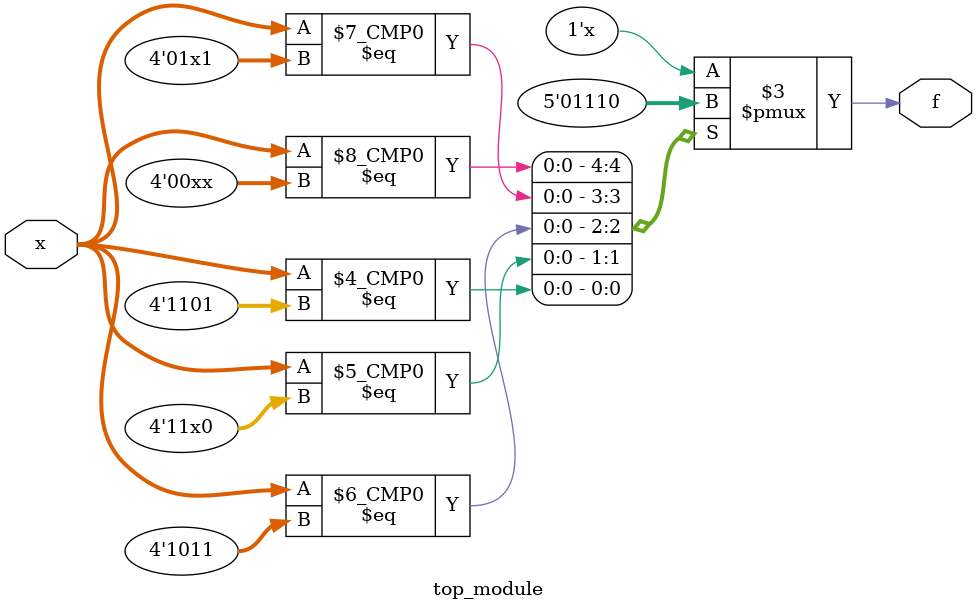
<source format=sv>
module top_module (
	input [4:1] x,
	output logic f
);

	always_comb begin
		f = 1'b0;
		
		case (x)
			4'b00xx: f = 1'b0;
			4'b01x1: f = 1'b1;
			4'b1011: f = 1'b1;
			4'b11x0: f = 1'b1;
			4'b1100: f = 1'b1;
			4'b1101: f = 1'b0;
			default: f = 1'bz;
		endcase
	end
endmodule

</source>
